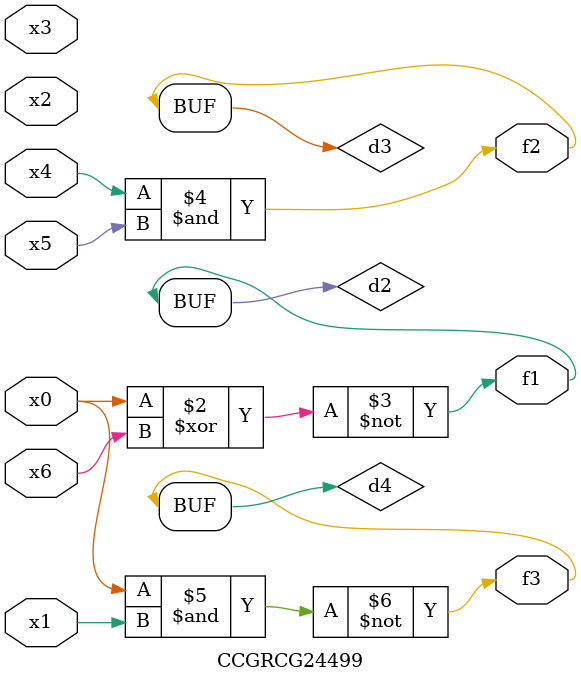
<source format=v>
module CCGRCG24499(
	input x0, x1, x2, x3, x4, x5, x6,
	output f1, f2, f3
);

	wire d1, d2, d3, d4;

	nor (d1, x0);
	xnor (d2, x0, x6);
	and (d3, x4, x5);
	nand (d4, x0, x1);
	assign f1 = d2;
	assign f2 = d3;
	assign f3 = d4;
endmodule

</source>
